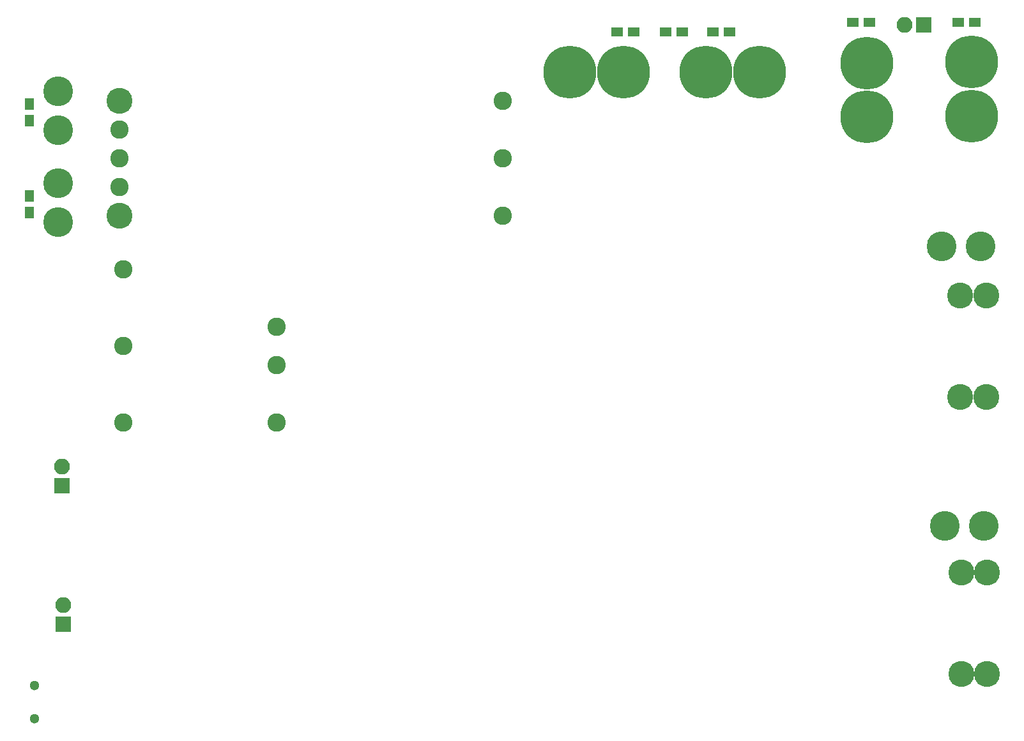
<source format=gbs>
G04 #@! TF.FileFunction,Soldermask,Bot*
%FSLAX46Y46*%
G04 Gerber Fmt 4.6, Leading zero omitted, Abs format (unit mm)*
G04 Created by KiCad (PCBNEW 4.0.7) date 01/04/18 13:19:04*
%MOMM*%
%LPD*%
G01*
G04 APERTURE LIST*
%ADD10C,0.100000*%
%ADD11C,1.300000*%
%ADD12C,2.432000*%
%ADD13C,3.448000*%
%ADD14R,1.300000X1.600000*%
%ADD15R,2.100000X2.100000*%
%ADD16O,2.100000X2.100000*%
%ADD17C,3.956000*%
%ADD18C,7.004000*%
%ADD19R,1.600000X1.300000*%
G04 APERTURE END LIST*
D10*
D11*
X56334000Y-122996600D03*
X56334000Y-127396600D03*
D12*
X88392000Y-75438000D03*
X88392000Y-80518000D03*
X68072000Y-67818000D03*
X68072000Y-77978000D03*
X68072000Y-88138000D03*
X88392000Y-88138000D03*
D13*
X67564000Y-60706000D03*
D12*
X67564000Y-56896000D03*
X67564000Y-53086000D03*
X67564000Y-49276000D03*
D13*
X67564000Y-45466000D03*
D12*
X118364000Y-45466000D03*
X118364000Y-53086000D03*
X118364000Y-60706000D03*
X118364000Y-60706000D03*
X118364000Y-53086000D03*
X118364000Y-45466000D03*
D13*
X67564000Y-45466000D03*
D12*
X67564000Y-49276000D03*
X67564000Y-53086000D03*
X67564000Y-56896000D03*
D13*
X67564000Y-60706000D03*
D14*
X55626000Y-45890000D03*
X55626000Y-48090000D03*
X55626000Y-58082000D03*
X55626000Y-60282000D03*
D15*
X59944000Y-96520000D03*
D16*
X59944000Y-93980000D03*
D15*
X174142400Y-35433000D03*
D16*
X171602400Y-35433000D03*
D17*
X59436000Y-44196000D03*
X59436000Y-49326800D03*
X59436000Y-56388000D03*
X59436000Y-61518800D03*
D13*
X179034440Y-84769960D03*
X182438040Y-84769960D03*
X182438040Y-71307960D03*
X179034440Y-71307960D03*
X179158900Y-121475500D03*
X182562500Y-121475500D03*
X182562500Y-108013500D03*
X179158900Y-108013500D03*
D15*
X60134500Y-114935000D03*
D16*
X60134500Y-112395000D03*
D18*
X180517800Y-47472600D03*
X180517800Y-40309800D03*
D17*
X176560480Y-64759840D03*
X181691280Y-64759840D03*
X176974500Y-101854000D03*
X182105300Y-101854000D03*
D18*
X166608760Y-47619920D03*
X166608760Y-40457120D03*
X145262600Y-41656000D03*
X152425400Y-41656000D03*
X127228600Y-41656000D03*
X134391400Y-41656000D03*
D19*
X178757400Y-35052000D03*
X180957400Y-35052000D03*
X139997000Y-36322000D03*
X142197000Y-36322000D03*
X135720000Y-36322000D03*
X133520000Y-36322000D03*
X164736600Y-35052000D03*
X166936600Y-35052000D03*
X146220000Y-36322000D03*
X148420000Y-36322000D03*
M02*

</source>
